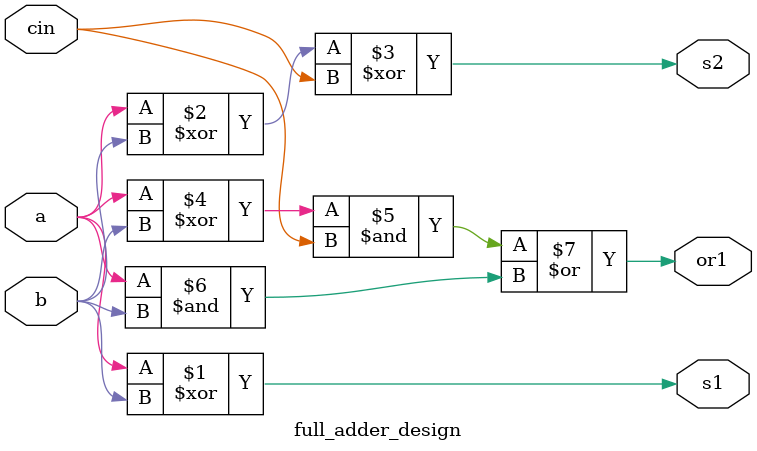
<source format=v>
`timescale 1ns / 1ps


module full_adder_design(s1,s2,or1,a,b,cin);
output s1,s2,or1;
input a,b,cin;
assign s1=a^b;
assign s2=(a^b)^cin;
assign or1=(a^b)&cin | (a&b);
endmodule

</source>
